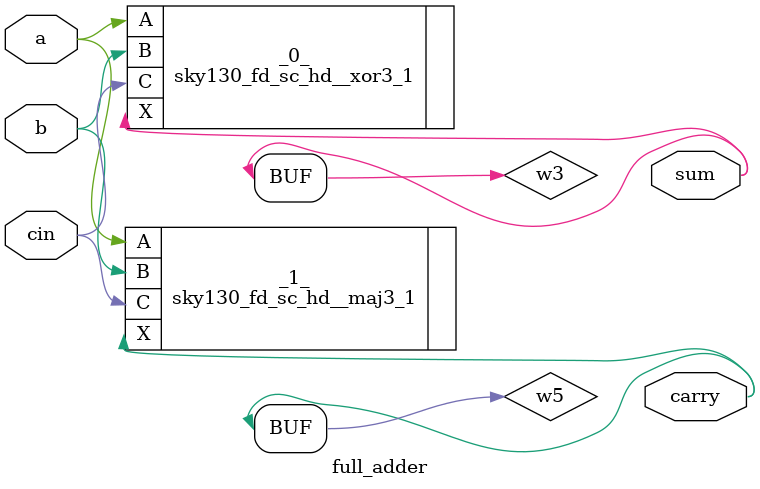
<source format=v>
/* Generated by Yosys 0.33 (git sha1 2584903a060) */

/* top =  1  */
/* src = "FA.v:1.1-15.10" */
module full_adder(a, b, cin, sum, carry);
  /* src = "FA.v:1.25-1.26" */
  input a;
  wire a;
  /* src = "FA.v:1.27-1.28" */
  input b;
  wire b;
  /* src = "FA.v:1.44-1.49" */
  output carry;
  wire carry;
  /* src = "FA.v:1.29-1.32" */
  input cin;
  wire cin;
  /* src = "FA.v:1.40-1.43" */
  output sum;
  wire sum;
  /* src = "FA.v:2.12-2.14" */
  wire w3;
  /* src = "FA.v:2.18-2.20" */
  wire w5;
  sky130_fd_sc_hd__xor3_1 _0_ (
    .A(a),
    .B(b),
    .C(cin),
    .X(sum)
  );
  sky130_fd_sc_hd__maj3_1 _1_ (
    .A(a),
    .B(b),
    .C(cin),
    .X(carry)
  );
  assign w3 = sum;
  assign w5 = carry;
endmodule

</source>
